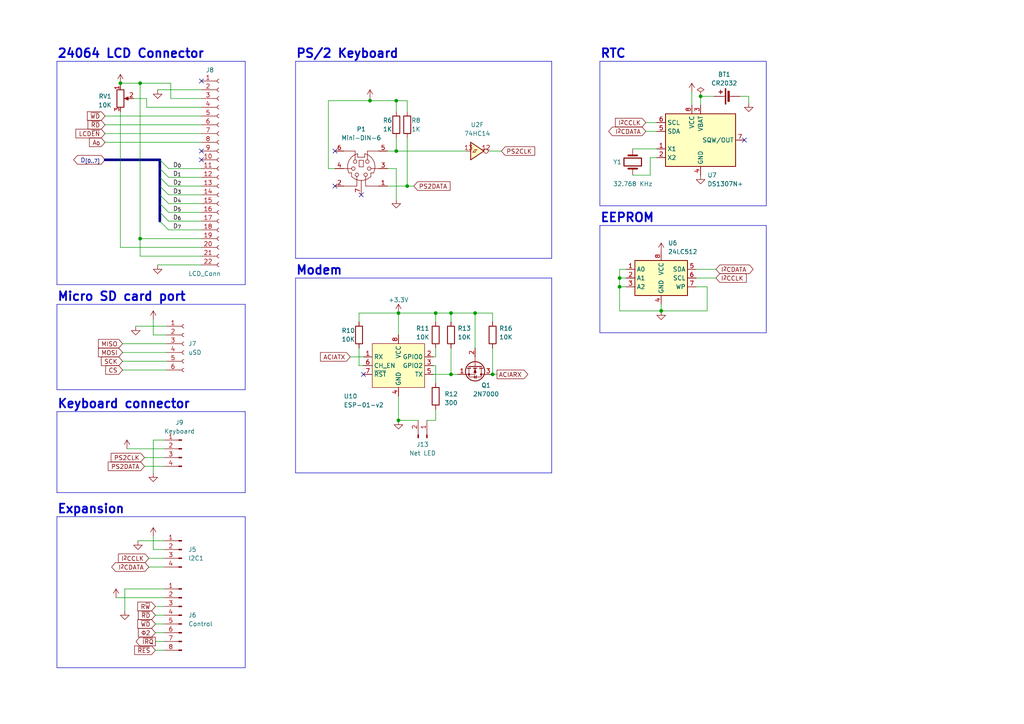
<source format=kicad_sch>
(kicad_sch (version 20230121) (generator eeschema)
  (paper "A4")
  (lib_symbols
    (symbol "74hc00_small:74HC14_small" (pin_names (offset 1.016))
      (property "Reference" "U" (at 0 -5.08 0))
      (property "Value" "74HC14_small" (at 0 -7.62 0))
      (symbol "74HC14_small_1_0"
        (polyline (pts (xy -1.27 2.54) (xy -1.27 -2.54) (xy 2.54 0) (xy -1.27 2.54)) (stroke (width 0.254)) (fill (type background)))
        (pin input line (at -2.54 0 0) (length 1.27) (name "~") (number "1"))
        (pin output inverted (at 3.81 0 180) (length 1.27) (name "~") (number "2"))
      )
      (symbol "74HC14_small_1_1"
        (polyline (pts (xy -0.7468 -0.3278) (xy 0.0855 -0.3259) (xy 0.3046 0.3153)))
        (polyline (pts (xy -0.4424 -0.2308) (xy -0.2037 0.3994) (xy 0.6192 0.4047)))
      )
      (symbol "74HC14_small_2_0"
        (polyline (pts (xy -1.27 2.54) (xy -1.27 -2.54) (xy 2.54 0) (xy -1.27 2.54)) (stroke (width 0.254)) (fill (type background)))
        (pin input line (at -2.54 0 0) (length 1.27) (name "~") (number "3"))
        (pin output inverted (at 3.81 0 180) (length 1.27) (name "~") (number "4"))
      )
      (symbol "74HC14_small_2_1"
        (polyline (pts (xy -0.7468 -0.3278) (xy 0.0855 -0.3259) (xy 0.3046 0.3153)))
        (polyline (pts (xy -0.4424 -0.2308) (xy -0.2037 0.3994) (xy 0.6192 0.4047)))
      )
      (symbol "74HC14_small_3_0"
        (polyline (pts (xy -1.27 2.54) (xy -1.27 -2.54) (xy 2.54 0) (xy -1.27 2.54)) (stroke (width 0.254)) (fill (type background)))
        (pin input line (at -2.54 0 0) (length 1.27) (name "~") (number "5"))
        (pin output inverted (at 3.81 0 180) (length 1.27) (name "~") (number "6"))
      )
      (symbol "74HC14_small_3_1"
        (polyline (pts (xy -0.7468 -0.3278) (xy 0.0855 -0.3259) (xy 0.3046 0.3153)))
        (polyline (pts (xy -0.4424 -0.2308) (xy -0.2037 0.3994) (xy 0.6192 0.4047)))
      )
      (symbol "74HC14_small_4_0"
        (polyline (pts (xy -1.27 2.54) (xy -1.27 -2.54) (xy 2.54 0) (xy -1.27 2.54)) (stroke (width 0.254)) (fill (type background)))
        (pin output inverted (at 3.81 0 180) (length 1.27) (name "~") (number "8"))
        (pin input line (at -2.54 0 0) (length 1.27) (name "~") (number "9"))
      )
      (symbol "74HC14_small_4_1"
        (polyline (pts (xy -0.7468 -0.3278) (xy 0.0855 -0.3259) (xy 0.3046 0.3153)))
        (polyline (pts (xy -0.4424 -0.2308) (xy -0.2037 0.3994) (xy 0.6192 0.4047)))
      )
      (symbol "74HC14_small_5_0"
        (polyline (pts (xy -1.27 2.54) (xy -1.27 -2.54) (xy 2.54 0) (xy -1.27 2.54)) (stroke (width 0.254)) (fill (type background)))
        (pin output inverted (at 3.81 0 180) (length 1.27) (name "~") (number "10"))
        (pin input line (at -2.54 0 0) (length 1.27) (name "~") (number "11"))
      )
      (symbol "74HC14_small_5_1"
        (polyline (pts (xy -0.7468 -0.3278) (xy 0.0855 -0.3259) (xy 0.3046 0.3153)))
        (polyline (pts (xy -0.4424 -0.2308) (xy -0.2037 0.3994) (xy 0.6192 0.4047)))
      )
      (symbol "74HC14_small_6_0"
        (polyline (pts (xy -1.27 2.54) (xy -1.27 -2.54) (xy 2.54 0) (xy -1.27 2.54)) (stroke (width 0.254)) (fill (type background)))
        (pin output inverted (at 3.81 0 180) (length 1.27) (name "~") (number "12"))
        (pin input line (at -2.54 0 0) (length 1.27) (name "~") (number "13"))
      )
      (symbol "74HC14_small_6_1"
        (polyline (pts (xy -0.7468 -0.3278) (xy 0.0855 -0.3259) (xy 0.3046 0.3153)))
        (polyline (pts (xy -0.4424 -0.2308) (xy -0.2037 0.3994) (xy 0.6192 0.4047)))
      )
      (symbol "74HC14_small_7_0"
        (pin power_in line (at 0 12.7 270) (length 5.08) (name "VCC") (number "14"))
        (pin power_in line (at 0 -12.7 90) (length 5.08) (name "GND") (number "7"))
      )
      (symbol "74HC14_small_7_1"
        (rectangle (start -5.08 7.62) (end 5.08 -7.62) (stroke (width 0.254)) (fill (type background)))
      )
    )
    (symbol "Connector:Conn_01x02_Pin" (pin_names (offset 1.016) hide)
      (property "Reference" "J" (at 0 2.54 0))
      (property "Value" "Conn_01x02_Pin" (at 0 -5.08 0))
      (symbol "Conn_01x02_Pin_1_1"
        (polyline (pts (xy 1.27 -2.54) (xy 0.8636 -2.54)) (stroke (width 0.1524)))
        (polyline (pts (xy 1.27 0) (xy 0.8636 0)) (stroke (width 0.1524)))
        (rectangle (start 0.8636 -2.413) (end 0 -2.667) (stroke (width 0.1524)) (fill (type outline)))
        (rectangle (start 0.8636 0.127) (end 0 -0.127) (stroke (width 0.1524)) (fill (type outline)))
        (pin passive line (at 5.08 0 180) (length 3.81) (name "Pin_1") (number "1"))
        (pin passive line (at 5.08 -2.54 180) (length 3.81) (name "Pin_2") (number "2"))
      )
    )
    (symbol "Connector:Conn_01x04_Pin" (pin_names (offset 1.016) hide)
      (property "Reference" "J" (at 0 5.08 0))
      (property "Value" "Conn_01x04_Pin" (at 0 -7.62 0))
      (symbol "Conn_01x04_Pin_1_1"
        (polyline (pts (xy 1.27 -5.08) (xy 0.8636 -5.08)) (stroke (width 0.1524)))
        (polyline (pts (xy 1.27 -2.54) (xy 0.8636 -2.54)) (stroke (width 0.1524)))
        (polyline (pts (xy 1.27 0) (xy 0.8636 0)) (stroke (width 0.1524)))
        (polyline (pts (xy 1.27 2.54) (xy 0.8636 2.54)) (stroke (width 0.1524)))
        (rectangle (start 0.8636 -4.953) (end 0 -5.207) (stroke (width 0.1524)) (fill (type outline)))
        (rectangle (start 0.8636 -2.413) (end 0 -2.667) (stroke (width 0.1524)) (fill (type outline)))
        (rectangle (start 0.8636 0.127) (end 0 -0.127) (stroke (width 0.1524)) (fill (type outline)))
        (rectangle (start 0.8636 2.667) (end 0 2.413) (stroke (width 0.1524)) (fill (type outline)))
        (pin passive line (at 5.08 2.54 180) (length 3.81) (name "Pin_1") (number "1"))
        (pin passive line (at 5.08 0 180) (length 3.81) (name "Pin_2") (number "2"))
        (pin passive line (at 5.08 -2.54 180) (length 3.81) (name "Pin_3") (number "3"))
        (pin passive line (at 5.08 -5.08 180) (length 3.81) (name "Pin_4") (number "4"))
      )
    )
    (symbol "Connector:Conn_01x06_Socket" (pin_names (offset 1.016) hide)
      (property "Reference" "J" (at 0 7.62 0))
      (property "Value" "Conn_01x06_Socket" (at 0 -10.16 0))
      (symbol "Conn_01x06_Socket_1_1"
        (arc (start 0 -7.112) (mid -0.5058 -7.62) (end 0 -8.128) (stroke (width 0.1524)))
        (arc (start 0 -4.572) (mid -0.5058 -5.08) (end 0 -5.588) (stroke (width 0.1524)))
        (arc (start 0 -2.032) (mid -0.5058 -2.54) (end 0 -3.048) (stroke (width 0.1524)))
        (polyline (pts (xy -1.27 -7.62) (xy -0.508 -7.62)) (stroke (width 0.1524)))
        (polyline (pts (xy -1.27 -5.08) (xy -0.508 -5.08)) (stroke (width 0.1524)))
        (polyline (pts (xy -1.27 -2.54) (xy -0.508 -2.54)) (stroke (width 0.1524)))
        (polyline (pts (xy -1.27 0) (xy -0.508 0)) (stroke (width 0.1524)))
        (polyline (pts (xy -1.27 2.54) (xy -0.508 2.54)) (stroke (width 0.1524)))
        (polyline (pts (xy -1.27 5.08) (xy -0.508 5.08)) (stroke (width 0.1524)))
        (arc (start 0 0.508) (mid -0.5058 0) (end 0 -0.508) (stroke (width 0.1524)))
        (arc (start 0 3.048) (mid -0.5058 2.54) (end 0 2.032) (stroke (width 0.1524)))
        (arc (start 0 5.588) (mid -0.5058 5.08) (end 0 4.572) (stroke (width 0.1524)))
        (pin passive line (at -5.08 5.08 0) (length 3.81) (name "Pin_1") (number "1"))
        (pin passive line (at -5.08 2.54 0) (length 3.81) (name "Pin_2") (number "2"))
        (pin passive line (at -5.08 0 0) (length 3.81) (name "Pin_3") (number "3"))
        (pin passive line (at -5.08 -2.54 0) (length 3.81) (name "Pin_4") (number "4"))
        (pin passive line (at -5.08 -5.08 0) (length 3.81) (name "Pin_5") (number "5"))
        (pin passive line (at -5.08 -7.62 0) (length 3.81) (name "Pin_6") (number "6"))
      )
    )
    (symbol "Connector:Conn_01x08_Pin" (pin_names (offset 1.016) hide)
      (property "Reference" "J" (at 0 10.16 0))
      (property "Value" "Conn_01x08_Pin" (at 0 -12.7 0))
      (symbol "Conn_01x08_Pin_1_1"
        (polyline (pts (xy 1.27 -10.16) (xy 0.8636 -10.16)) (stroke (width 0.1524)))
        (polyline (pts (xy 1.27 -7.62) (xy 0.8636 -7.62)) (stroke (width 0.1524)))
        (polyline (pts (xy 1.27 -5.08) (xy 0.8636 -5.08)) (stroke (width 0.1524)))
        (polyline (pts (xy 1.27 -2.54) (xy 0.8636 -2.54)) (stroke (width 0.1524)))
        (polyline (pts (xy 1.27 0) (xy 0.8636 0)) (stroke (width 0.1524)))
        (polyline (pts (xy 1.27 2.54) (xy 0.8636 2.54)) (stroke (width 0.1524)))
        (polyline (pts (xy 1.27 5.08) (xy 0.8636 5.08)) (stroke (width 0.1524)))
        (polyline (pts (xy 1.27 7.62) (xy 0.8636 7.62)) (stroke (width 0.1524)))
        (rectangle (start 0.8636 -10.033) (end 0 -10.287) (stroke (width 0.1524)) (fill (type outline)))
        (rectangle (start 0.8636 -7.493) (end 0 -7.747) (stroke (width 0.1524)) (fill (type outline)))
        (rectangle (start 0.8636 -4.953) (end 0 -5.207) (stroke (width 0.1524)) (fill (type outline)))
        (rectangle (start 0.8636 -2.413) (end 0 -2.667) (stroke (width 0.1524)) (fill (type outline)))
        (rectangle (start 0.8636 0.127) (end 0 -0.127) (stroke (width 0.1524)) (fill (type outline)))
        (rectangle (start 0.8636 2.667) (end 0 2.413) (stroke (width 0.1524)) (fill (type outline)))
        (rectangle (start 0.8636 5.207) (end 0 4.953) (stroke (width 0.1524)) (fill (type outline)))
        (rectangle (start 0.8636 7.747) (end 0 7.493) (stroke (width 0.1524)) (fill (type outline)))
        (pin passive line (at 5.08 7.62 180) (length 3.81) (name "Pin_1") (number "1"))
        (pin passive line (at 5.08 5.08 180) (length 3.81) (name "Pin_2") (number "2"))
        (pin passive line (at 5.08 2.54 180) (length 3.81) (name "Pin_3") (number "3"))
        (pin passive line (at 5.08 0 180) (length 3.81) (name "Pin_4") (number "4"))
        (pin passive line (at 5.08 -2.54 180) (length 3.81) (name "Pin_5") (number "5"))
        (pin passive line (at 5.08 -5.08 180) (length 3.81) (name "Pin_6") (number "6"))
        (pin passive line (at 5.08 -7.62 180) (length 3.81) (name "Pin_7") (number "7"))
        (pin passive line (at 5.08 -10.16 180) (length 3.81) (name "Pin_8") (number "8"))
      )
    )
    (symbol "Connector:Conn_01x22_Socket" (pin_names (offset 1.016) hide)
      (property "Reference" "J" (at 0 27.94 0))
      (property "Value" "Conn_01x22_Socket" (at 0 -30.48 0))
      (symbol "Conn_01x22_Socket_1_1"
        (arc (start 0 -27.432) (mid -0.5058 -27.94) (end 0 -28.448) (stroke (width 0.1524)))
        (arc (start 0 -24.892) (mid -0.5058 -25.4) (end 0 -25.908) (stroke (width 0.1524)))
        (arc (start 0 -22.352) (mid -0.5058 -22.86) (end 0 -23.368) (stroke (width 0.1524)))
        (arc (start 0 -19.812) (mid -0.5058 -20.32) (end 0 -20.828) (stroke (width 0.1524)))
        (arc (start 0 -17.272) (mid -0.5058 -17.78) (end 0 -18.288) (stroke (width 0.1524)))
        (arc (start 0 -14.732) (mid -0.5058 -15.24) (end 0 -15.748) (stroke (width 0.1524)))
        (arc (start 0 -12.192) (mid -0.5058 -12.7) (end 0 -13.208) (stroke (width 0.1524)))
        (arc (start 0 -9.652) (mid -0.5058 -10.16) (end 0 -10.668) (stroke (width 0.1524)))
        (arc (start 0 -7.112) (mid -0.5058 -7.62) (end 0 -8.128) (stroke (width 0.1524)))
        (arc (start 0 -4.572) (mid -0.5058 -5.08) (end 0 -5.588) (stroke (width 0.1524)))
        (arc (start 0 -2.032) (mid -0.5058 -2.54) (end 0 -3.048) (stroke (width 0.1524)))
        (polyline (pts (xy -1.27 -27.94) (xy -0.508 -27.94)) (stroke (width 0.1524)))
        (polyline (pts (xy -1.27 -25.4) (xy -0.508 -25.4)) (stroke (width 0.1524)))
        (polyline (pts (xy -1.27 -22.86) (xy -0.508 -22.86)) (stroke (width 0.1524)))
        (polyline (pts (xy -1.27 -20.32) (xy -0.508 -20.32)) (stroke (width 0.1524)))
        (polyline (pts (xy -1.27 -17.78) (xy -0.508 -17.78)) (stroke (width 0.1524)))
        (polyline (pts (xy -1.27 -15.24) (xy -0.508 -15.24)) (stroke (width 0.1524)))
        (polyline (pts (xy -1.27 -12.7) (xy -0.508 -12.7)) (stroke (width 0.1524)))
        (polyline (pts (xy -1.27 -10.16) (xy -0.508 -10.16)) (stroke (width 0.1524)))
        (polyline (pts (xy -1.27 -7.62) (xy -0.508 -7.62)) (stroke (width 0.1524)))
        (polyline (pts (xy -1.27 -5.08) (xy -0.508 -5.08)) (stroke (width 0.1524)))
        (polyline (pts (xy -1.27 -2.54) (xy -0.508 -2.54)) (stroke (width 0.1524)))
        (polyline (pts (xy -1.27 0) (xy -0.508 0)) (stroke (width 0.1524)))
        (polyline (pts (xy -1.27 2.54) (xy -0.508 2.54)) (stroke (width 0.1524)))
        (polyline (pts (xy -1.27 5.08) (xy -0.508 5.08)) (stroke (width 0.1524)))
        (polyline (pts (xy -1.27 7.62) (xy -0.508 7.62)) (stroke (width 0.1524)))
        (polyline (pts (xy -1.27 10.16) (xy -0.508 10.16)) (stroke (width 0.1524)))
        (polyline (pts (xy -1.27 12.7) (xy -0.508 12.7)) (stroke (width 0.1524)))
        (polyline (pts (xy -1.27 15.24) (xy -0.508 15.24)) (stroke (width 0.1524)))
        (polyline (pts (xy -1.27 17.78) (xy -0.508 17.78)) (stroke (width 0.1524)))
        (polyline (pts (xy -1.27 20.32) (xy -0.508 20.32)) (stroke (width 0.1524)))
        (polyline (pts (xy -1.27 22.86) (xy -0.508 22.86)) (stroke (width 0.1524)))
        (polyline (pts (xy -1.27 25.4) (xy -0.508 25.4)) (stroke (width 0.1524)))
        (arc (start 0 0.508) (mid -0.5058 0) (end 0 -0.508) (stroke (width 0.1524)))
        (arc (start 0 3.048) (mid -0.5058 2.54) (end 0 2.032) (stroke (width 0.1524)))
        (arc (start 0 5.588) (mid -0.5058 5.08) (end 0 4.572) (stroke (width 0.1524)))
        (arc (start 0 8.128) (mid -0.5058 7.62) (end 0 7.112) (stroke (width 0.1524)))
        (arc (start 0 10.668) (mid -0.5058 10.16) (end 0 9.652) (stroke (width 0.1524)))
        (arc (start 0 13.208) (mid -0.5058 12.7) (end 0 12.192) (stroke (width 0.1524)))
        (arc (start 0 15.748) (mid -0.5058 15.24) (end 0 14.732) (stroke (width 0.1524)))
        (arc (start 0 18.288) (mid -0.5058 17.78) (end 0 17.272) (stroke (width 0.1524)))
        (arc (start 0 20.828) (mid -0.5058 20.32) (end 0 19.812) (stroke (width 0.1524)))
        (arc (start 0 23.368) (mid -0.5058 22.86) (end 0 22.352) (stroke (width 0.1524)))
        (arc (start 0 25.908) (mid -0.5058 25.4) (end 0 24.892) (stroke (width 0.1524)))
        (pin passive line (at -5.08 25.4 0) (length 3.81) (name "Pin_1") (number "1"))
        (pin passive line (at -5.08 2.54 0) (length 3.81) (name "Pin_10") (number "10"))
        (pin passive line (at -5.08 0 0) (length 3.81) (name "Pin_11") (number "11"))
        (pin passive line (at -5.08 -2.54 0) (length 3.81) (name "Pin_12") (number "12"))
        (pin passive line (at -5.08 -5.08 0) (length 3.81) (name "Pin_13") (number "13"))
        (pin passive line (at -5.08 -7.62 0) (length 3.81) (name "Pin_14") (number "14"))
        (pin passive line (at -5.08 -10.16 0) (length 3.81) (name "Pin_15") (number "15"))
        (pin passive line (at -5.08 -12.7 0) (length 3.81) (name "Pin_16") (number "16"))
        (pin passive line (at -5.08 -15.24 0) (length 3.81) (name "Pin_17") (number "17"))
        (pin passive line (at -5.08 -17.78 0) (length 3.81) (name "Pin_18") (number "18"))
        (pin passive line (at -5.08 -20.32 0) (length 3.81) (name "Pin_19") (number "19"))
        (pin passive line (at -5.08 22.86 0) (length 3.81) (name "Pin_2") (number "2"))
        (pin passive line (at -5.08 -22.86 0) (length 3.81) (name "Pin_20") (number "20"))
        (pin passive line (at -5.08 -25.4 0) (length 3.81) (name "Pin_21") (number "21"))
        (pin passive line (at -5.08 -27.94 0) (length 3.81) (name "Pin_22") (number "22"))
        (pin passive line (at -5.08 20.32 0) (length 3.81) (name "Pin_3") (number "3"))
        (pin passive line (at -5.08 17.78 0) (length 3.81) (name "Pin_4") (number "4"))
        (pin passive line (at -5.08 15.24 0) (length 3.81) (name "Pin_5") (number "5"))
        (pin passive line (at -5.08 12.7 0) (length 3.81) (name "Pin_6") (number "6"))
        (pin passive line (at -5.08 10.16 0) (length 3.81) (name "Pin_7") (number "7"))
        (pin passive line (at -5.08 7.62 0) (length 3.81) (name "Pin_8") (number "8"))
        (pin passive line (at -5.08 5.08 0) (length 3.81) (name "Pin_9") (number "9"))
      )
    )
    (symbol "Custom_Symbols_Library:Mini-DIN_6pins_ver3" (pin_names (offset 1.016) hide)
      (property "Reference" "P" (at 0 8.128 0))
      (property "Value" "Mini-DIN_6pins_ver3" (at 0 -10.16 0))
      (symbol "Mini-DIN_6pins_ver3_0_1"
        (arc (start -2.794 -2.286) (mid 0 -3.4433) (end 2.794 -2.286))
        (circle (center -2.286 0) (radius 0.508))
        (circle (center -1.778 2.032) (radius 0.508))
        (circle (center -1.27 -1.778) (radius 0.508))
        (arc (start -1.016 4.318) (mid -3.6119 2.131) (end -3.556 -1.27))
        (rectangle (start -0.635 2.413) (end 0.635 0.508))
        (polyline (pts (xy -5.08 -5.08) (xy -1.27 -5.08)))
        (polyline (pts (xy -2.794 -1.27) (xy -3.556 -1.27)))
        (polyline (pts (xy -2.794 -1.27) (xy -2.794 -2.286)))
        (polyline (pts (xy -2.794 0) (xy -5.08 0)))
        (polyline (pts (xy -1.778 2.54) (xy -1.778 5.08)))
        (polyline (pts (xy -1.778 5.08) (xy -5.08 5.08)))
        (polyline (pts (xy -1.27 -5.08) (xy -1.27 -2.286)))
        (polyline (pts (xy -1.016 3.302) (xy -1.016 4.318)))
        (polyline (pts (xy -1.016 3.302) (xy 1.016 3.302)))
        (polyline (pts (xy 0 -3.429) (xy 0 -5.08)))
        (polyline (pts (xy 1.016 3.302) (xy 1.016 4.318)))
        (polyline (pts (xy 1.27 -5.08) (xy 5.08 -5.08)))
        (polyline (pts (xy 1.27 -2.286) (xy 1.27 -5.08)))
        (polyline (pts (xy 1.778 2.54) (xy 1.778 5.08)))
        (polyline (pts (xy 1.778 5.08) (xy 5.08 5.08)))
        (polyline (pts (xy 2.794 -1.27) (xy 2.794 -2.286)))
        (polyline (pts (xy 2.794 -1.27) (xy 3.556 -1.27)))
        (polyline (pts (xy 2.794 0) (xy 5.08 0)))
        (circle (center 1.27 -1.778) (radius 0.508))
        (circle (center 1.778 2.032) (radius 0.508))
        (circle (center 2.286 0) (radius 0.508))
        (arc (start 3.556 -1.27) (mid 3.6268 2.1377) (end 1.016 4.318))
      )
      (symbol "Mini-DIN_6pins_ver3_1_1"
        (pin passive line (at 7.62 -5.08 180) (length 2.54) (name "1") (number "1"))
        (pin passive line (at -7.62 -5.08 0) (length 2.54) (name "2") (number "2"))
        (pin passive line (at 7.62 0 180) (length 2.54) (name "3") (number "3"))
        (pin passive line (at -7.62 0 0) (length 2.54) (name "4") (number "4"))
        (pin passive line (at 7.62 5.08 180) (length 2.54) (name "5") (number "5"))
        (pin passive line (at -7.62 5.08 0) (length 2.54) (name "~") (number "6"))
        (pin passive line (at 0 -7.62 90) (length 2.54) (name "Shell") (number "7"))
      )
    )
    (symbol "Device:Battery_Cell" (pin_numbers hide) (pin_names (offset 0) hide)
      (property "Reference" "BT" (at 2.54 2.54 0))
      (property "Value" "Battery_Cell" (at 2.54 0 0))
      (symbol "Battery_Cell_0_1"
        (rectangle (start -2.286 1.778) (end 2.286 1.524) (fill (type outline)))
        (rectangle (start -1.524 1.016) (end 1.524 0.508) (fill (type outline)))
        (polyline (pts (xy 0 0.762) (xy 0 0)))
        (polyline (pts (xy 0 1.778) (xy 0 2.54)))
        (polyline (pts (xy 0.762 3.048) (xy 1.778 3.048)) (stroke (width 0.254)))
        (polyline (pts (xy 1.27 3.556) (xy 1.27 2.54)) (stroke (width 0.254)))
      )
      (symbol "Battery_Cell_1_1"
        (pin passive line (at 0 5.08 270) (length 2.54) (name "+") (number "1"))
        (pin passive line (at 0 -2.54 90) (length 2.54) (name "-") (number "2"))
      )
    )
    (symbol "Device:Crystal" (pin_numbers hide) (pin_names (offset 1.016) hide)
      (property "Reference" "Y" (at 0 3.81 0))
      (property "Value" "Crystal" (at 0 -3.81 0))
      (symbol "Crystal_0_1"
        (rectangle (start -1.143 2.54) (end 1.143 -2.54) (stroke (width 0.3048)))
        (polyline (pts (xy -2.54 0) (xy -1.905 0)))
        (polyline (pts (xy -1.905 -1.27) (xy -1.905 1.27)) (stroke (width 0.508)))
        (polyline (pts (xy 1.905 -1.27) (xy 1.905 1.27)) (stroke (width 0.508)))
        (polyline (pts (xy 2.54 0) (xy 1.905 0)))
      )
      (symbol "Crystal_1_1"
        (pin passive line (at -3.81 0 0) (length 1.27) (name "1") (number "1"))
        (pin passive line (at 3.81 0 180) (length 1.27) (name "2") (number "2"))
      )
    )
    (symbol "Device:R" (pin_numbers hide) (pin_names (offset 0))
      (property "Reference" "R" (at 2.032 0 90))
      (property "Value" "R" (at 0 0 90))
      (symbol "R_0_1"
        (rectangle (start -1.016 -2.54) (end 1.016 2.54) (stroke (width 0.254)))
      )
      (symbol "R_1_1"
        (pin passive line (at 0 3.81 270) (length 1.27) (name "~") (number "1"))
        (pin passive line (at 0 -3.81 90) (length 1.27) (name "~") (number "2"))
      )
    )
    (symbol "Device:R_Potentiometer" (pin_names (offset 1.016) hide)
      (property "Reference" "RV" (at -4.445 0 90))
      (property "Value" "R_Potentiometer" (at -2.54 0 90))
      (symbol "R_Potentiometer_0_1"
        (polyline (pts (xy 2.54 0) (xy 1.524 0)))
        (polyline (pts (xy 1.143 0) (xy 2.286 0.508) (xy 2.286 -0.508) (xy 1.143 0)) (fill (type outline)))
        (rectangle (start 1.016 2.54) (end -1.016 -2.54) (stroke (width 0.254)))
      )
      (symbol "R_Potentiometer_1_1"
        (pin passive line (at 0 3.81 270) (length 1.27) (name "1") (number "1"))
        (pin passive line (at 3.81 0 180) (length 1.27) (name "2") (number "2"))
        (pin passive line (at 0 -3.81 90) (length 1.27) (name "3") (number "3"))
      )
    )
    (symbol "Memory_EEPROM:24LC512"
      (property "Reference" "U" (at -6.35 6.35 0))
      (property "Value" "24LC512" (at 1.27 6.35 0))
      (symbol "24LC512_1_1"
        (rectangle (start -7.62 5.08) (end 7.62 -5.08) (stroke (width 0.254)) (fill (type background)))
        (pin input line (at -10.16 2.54 0) (length 2.54) (name "A0") (number "1"))
        (pin input line (at -10.16 0 0) (length 2.54) (name "A1") (number "2"))
        (pin input line (at -10.16 -2.54 0) (length 2.54) (name "A2") (number "3"))
        (pin power_in line (at 0 -7.62 90) (length 2.54) (name "GND") (number "4"))
        (pin bidirectional line (at 10.16 2.54 180) (length 2.54) (name "SDA") (number "5"))
        (pin input line (at 10.16 0 180) (length 2.54) (name "SCL") (number "6"))
        (pin input line (at 10.16 -2.54 180) (length 2.54) (name "WP") (number "7"))
        (pin power_in line (at 0 7.62 270) (length 2.54) (name "VCC") (number "8"))
      )
    )
    (symbol "Timer_RTC:DS1307N+"
      (property "Reference" "U" (at -8.89 8.89 0))
      (property "Value" "DS1307N+" (at 1.27 8.89 0))
      (symbol "DS1307N+_0_1"
        (rectangle (start -10.16 7.62) (end 10.16 -7.62) (stroke (width 0.254)) (fill (type background)))
      )
      (symbol "DS1307N+_1_1"
        (pin input line (at -12.7 -2.54 0) (length 2.54) (name "X1") (number "1"))
        (pin input line (at -12.7 -5.08 0) (length 2.54) (name "X2") (number "2"))
        (pin power_in line (at 0 10.16 270) (length 2.54) (name "VBAT") (number "3"))
        (pin power_in line (at 0 -10.16 90) (length 2.54) (name "GND") (number "4"))
        (pin bidirectional line (at -12.7 2.54 0) (length 2.54) (name "SDA") (number "5"))
        (pin input line (at -12.7 5.08 0) (length 2.54) (name "SCL") (number "6"))
        (pin open_collector line (at 12.7 0 180) (length 2.54) (name "SQW/OUT") (number "7"))
        (pin power_in line (at -2.54 10.16 270) (length 2.54) (name "VCC") (number "8"))
      )
    )
    (symbol "Transistor_FET:2N7000" (pin_names hide)
      (property "Reference" "Q" (at 5.08 1.905 0))
      (property "Value" "2N7000" (at 5.08 0 0))
      (symbol "2N7000_0_1"
        (polyline (pts (xy 0.254 0) (xy -2.54 0)))
        (polyline (pts (xy 0.254 1.905) (xy 0.254 -1.905)) (stroke (width 0.254)))
        (polyline (pts (xy 0.762 -1.27) (xy 0.762 -2.286)) (stroke (width 0.254)))
        (polyline (pts (xy 0.762 0.508) (xy 0.762 -0.508)) (stroke (width 0.254)))
        (polyline (pts (xy 0.762 2.286) (xy 0.762 1.27)) (stroke (width 0.254)))
        (polyline (pts (xy 2.54 2.54) (xy 2.54 1.778)))
        (polyline (pts (xy 2.54 -2.54) (xy 2.54 0) (xy 0.762 0)))
        (polyline (pts (xy 0.762 -1.778) (xy 3.302 -1.778) (xy 3.302 1.778) (xy 0.762 1.778)))
        (polyline (pts (xy 1.016 0) (xy 2.032 0.381) (xy 2.032 -0.381) (xy 1.016 0)) (fill (type outline)))
        (polyline (pts (xy 2.794 0.508) (xy 2.921 0.381) (xy 3.683 0.381) (xy 3.81 0.254)))
        (polyline (pts (xy 3.302 0.381) (xy 2.921 -0.254) (xy 3.683 -0.254) (xy 3.302 0.381)))
        (circle (center 1.651 0) (radius 2.794) (stroke (width 0.254)))
        (circle (center 2.54 -1.778) (radius 0.254) (fill (type outline)))
        (circle (center 2.54 1.778) (radius 0.254) (fill (type outline)))
      )
      (symbol "2N7000_1_1"
        (pin passive line (at 2.54 -5.08 90) (length 2.54) (name "S") (number "1"))
        (pin input line (at -5.08 0 0) (length 2.54) (name "G") (number "2"))
        (pin passive line (at 2.54 5.08 270) (length 2.54) (name "D") (number "3"))
      )
    )
    (symbol "my:ESP-01-v2"
      (property "Reference" "U" (at 12.7 1.27 0))
      (property "Value" "ESP-01-v2" (at -2.54 3.81 0))
      (symbol "ESP-01-v2_1_1"
        (rectangle (start -2.54 0) (end 12.7 -12.7) (fill (type background)))
        (pin input line (at -5.08 -3.81 0) (length 2.54) (name "RX") (number "1"))
        (pin bidirectional line (at 15.24 -3.81 180) (length 2.54) (name "GPIO0") (number "2"))
        (pin bidirectional line (at 15.24 -6.35 180) (length 2.54) (name "GPIO2") (number "3"))
        (pin power_in line (at 5.08 -15.24 90) (length 2.54) (name "GND") (number "4"))
        (pin output line (at 15.24 -8.89 180) (length 2.54) (name "TX") (number "5"))
        (pin input line (at -5.08 -6.35 0) (length 2.54) (name "CH_EN") (number "6"))
        (pin input line (at -5.08 -8.89 0) (length 2.54) (name "~{RST}") (number "7"))
        (pin power_in line (at 5.08 2.54 270) (length 2.54) (name "VCC") (number "8"))
      )
    )
    (symbol "power:+3.3V" (power) (pin_names (offset 0))
      (property "Value" "+3.3V" (at 0 3.556 0))
      (symbol "+3.3V_0_1"
        (polyline (pts (xy -0.762 1.27) (xy 0 2.54)))
        (polyline (pts (xy 0 0) (xy 0 2.54)))
        (polyline (pts (xy 0 2.54) (xy 0.762 1.27)))
      )
      (symbol "+3.3V_1_1"
        (pin power_in line (at 0 0 90) (length 0) hide (name "+3.3V") (number "1"))
      )
    )
    (symbol "power:+5V" (power) (pin_names (offset 0))
      (property "Value" "+5V" (at 0 3.556 0))
      (symbol "+5V_0_1"
        (polyline (pts (xy -0.762 1.27) (xy 0 2.54)))
        (polyline (pts (xy 0 0) (xy 0 2.54)))
        (polyline (pts (xy 0 2.54) (xy 0.762 1.27)))
      )
      (symbol "+5V_1_1"
        (pin power_in line (at 0 0 90) (length 0) hide (name "+5V") (number "1"))
      )
    )
    (symbol "power:GND" (power) (pin_names (offset 0))
      (property "Value" "GND" (at 0 -3.81 0))
      (symbol "GND_0_1"
        (polyline (pts (xy 0 0) (xy 0 -1.27) (xy 1.27 -1.27) (xy 0 -2.54) (xy -1.27 -1.27) (xy 0 -1.27)))
      )
      (symbol "GND_1_1"
        (pin power_in line (at 0 0 270) (length 0) hide (name "GND") (number "1"))
      )
    )
    (symbol "power:PWR_FLAG" (power) (pin_numbers hide) (pin_names (offset 0) hide)
      (property "Value" "PWR_FLAG" (at 0 3.81 0))
      (symbol "PWR_FLAG_0_0"
        (pin power_out line (at 0 0 90) (length 0) (name "pwr") (number "1"))
      )
      (symbol "PWR_FLAG_0_1"
        (polyline (pts (xy 0 0) (xy 0 1.27) (xy -1.016 1.905) (xy 0 2.54) (xy 1.016 1.905) (xy 0 1.27)))
      )
    )
  )
  (junction (at 34.925 24.13))
  (junction (at 130.81 108.585))
  (junction (at 179.705 83.185))
  (junction (at 114.935 29.21))
  (junction (at 40.64 24.13))
  (junction (at 203.2 27.94))
  (junction (at 107.315 29.21))
  (junction (at 191.77 90.17))
  (junction (at 179.705 80.645))
  (junction (at 115.57 90.805))
  (junction (at 115.57 121.92))
  (junction (at 142.875 108.585))
  (junction (at 126.365 90.805))
  (junction (at 130.81 90.805))
  (junction (at 137.795 90.805))
  (junction (at 118.11 53.975))
  (junction (at 40.64 69.215))
  (junction (at 114.935 43.815))
  (no_connect (at 58.42 46.355))
  (no_connect (at 97.155 53.975))
  (no_connect (at 105.41 108.585))
  (no_connect (at 104.775 56.515))
  (no_connect (at 58.42 43.815))
  (no_connect (at 215.9 40.64))
  (no_connect (at 58.42 23.495))
  (no_connect (at 97.155 43.815))
  (bus_entry (at 46.355 53.975) (size 2.54 2.54))
  (bus_entry (at 46.355 61.595) (size 2.54 2.54))
  (bus_entry (at 46.355 46.355) (size 2.54 2.54))
  (bus_entry (at 46.355 56.515) (size 2.54 2.54))
  (bus_entry (at 46.355 64.135) (size 2.54 2.54))
  (bus_entry (at 46.355 48.895) (size 2.54 2.54))
  (bus_entry (at 46.355 51.435) (size 2.54 2.54))
  (bus_entry (at 46.355 59.055) (size 2.54 2.54))
  (polyline (pts (xy 16.51 119.38) (xy 71.12 119.38)))
  (wire (pts (xy 44.45 127.635) (xy 47.625 127.635)))
  (wire (pts (xy 95.25 29.21) (xy 107.315 29.21)))
  (wire (pts (xy 48.895 48.895) (xy 58.42 48.895)))
  (polyline (pts (xy 85.725 17.78) (xy 160.02 17.78)))
  (wire (pts (xy 114.935 29.21) (xy 118.11 29.21)))
  (wire (pts (xy 181.61 80.645) (xy 179.705 80.645)))
  (wire (pts (xy 118.11 29.21) (xy 118.11 32.385)))
  (wire (pts (xy 191.77 90.17) (xy 205.105 90.17)))
  (wire (pts (xy 217.17 27.94) (xy 214.63 27.94)))
  (wire (pts (xy 118.11 53.975) (xy 120.015 53.975)))
  (wire (pts (xy 44.45 97.155) (xy 48.26 97.155)))
  (wire (pts (xy 191.77 88.265) (xy 191.77 90.17)))
  (wire (pts (xy 95.25 48.895) (xy 97.155 48.895)))
  (wire (pts (xy 205.105 83.185) (xy 201.93 83.185)))
  (wire (pts (xy 33.655 173.355) (xy 47.625 173.355)))
  (wire (pts (xy 118.11 40.005) (xy 118.11 53.975)))
  (bus (pts (xy 46.355 59.055) (xy 46.355 61.595)) (stroke (width 0.75)))
  (bus (pts (xy 46.355 51.435) (xy 46.355 48.895)) (stroke (width 0.75)))
  (wire (pts (xy 126.365 118.745) (xy 126.365 121.92)))
  (wire (pts (xy 179.705 78.105) (xy 179.705 80.645)))
  (wire (pts (xy 43.18 161.925) (xy 47.625 161.925)))
  (wire (pts (xy 35.56 102.235) (xy 48.26 102.235)))
  (wire (pts (xy 190.5 38.1) (xy 187.325 38.1)))
  (wire (pts (xy 126.365 106.045) (xy 125.73 106.045)))
  (wire (pts (xy 44.45 92.71) (xy 44.45 97.155)))
  (polyline (pts (xy 173.99 17.78) (xy 173.99 59.69)))
  (bus (pts (xy 46.355 53.975) (xy 46.355 51.435)) (stroke (width 0.75)))
  (wire (pts (xy 142.875 93.345) (xy 142.875 90.805)))
  (wire (pts (xy 142.875 108.585) (xy 144.145 108.585)))
  (polyline (pts (xy 71.12 82.55) (xy 16.51 82.55)))
  (polyline (pts (xy 160.02 137.16) (xy 85.725 137.16)))
  (bus (pts (xy 46.355 46.355) (xy 30.48 46.355)) (stroke (width 0.75)))
  (wire (pts (xy 35.56 99.695) (xy 48.26 99.695)))
  (wire (pts (xy 188.595 50.8) (xy 183.515 50.8)))
  (polyline (pts (xy 173.99 17.78) (xy 222.25 17.78)))
  (wire (pts (xy 49.53 28.575) (xy 49.53 24.13)))
  (polyline (pts (xy 173.99 65.405) (xy 222.25 65.405)))
  (wire (pts (xy 47.625 188.595) (xy 45.085 188.595)))
  (polyline (pts (xy 71.12 193.675) (xy 16.51 193.675)))
  (polyline (pts (xy 71.12 149.86) (xy 71.12 193.675)))
  (wire (pts (xy 36.195 170.815) (xy 36.195 177.165)))
  (polyline (pts (xy 16.51 88.265) (xy 16.51 113.03)))
  (wire (pts (xy 107.315 28.575) (xy 107.315 29.21)))
  (wire (pts (xy 104.14 93.345) (xy 104.14 90.805)))
  (polyline (pts (xy 222.25 65.405) (xy 222.25 96.52)))
  (wire (pts (xy 42.545 31.115) (xy 58.42 31.115)))
  (wire (pts (xy 142.875 90.805) (xy 137.795 90.805)))
  (wire (pts (xy 114.935 43.815) (xy 135.255 43.815)))
  (wire (pts (xy 203.2 27.94) (xy 207.01 27.94)))
  (wire (pts (xy 40.64 69.215) (xy 58.42 69.215)))
  (wire (pts (xy 40.64 24.13) (xy 40.64 69.215)))
  (wire (pts (xy 47.625 183.515) (xy 45.085 183.515)))
  (wire (pts (xy 47.625 178.435) (xy 45.085 178.435)))
  (bus (pts (xy 46.355 59.055) (xy 46.355 56.515)) (stroke (width 0.75)))
  (wire (pts (xy 101.6 103.505) (xy 105.41 103.505)))
  (wire (pts (xy 38.735 28.575) (xy 42.545 28.575)))
  (polyline (pts (xy 222.25 96.52) (xy 173.99 96.52)))
  (wire (pts (xy 114.935 48.895) (xy 114.935 57.785)))
  (wire (pts (xy 104.14 90.805) (xy 115.57 90.805)))
  (polyline (pts (xy 16.51 88.265) (xy 71.12 88.265)))
  (wire (pts (xy 95.25 48.895) (xy 95.25 29.21)))
  (wire (pts (xy 47.625 159.385) (xy 44.45 159.385)))
  (wire (pts (xy 40.005 156.845) (xy 47.625 156.845)))
  (wire (pts (xy 130.81 108.585) (xy 132.715 108.585)))
  (wire (pts (xy 141.605 43.815) (xy 145.415 43.815)))
  (wire (pts (xy 30.48 33.655) (xy 58.42 33.655)))
  (wire (pts (xy 130.81 93.345) (xy 130.81 90.805)))
  (wire (pts (xy 104.14 100.965) (xy 104.14 106.045)))
  (wire (pts (xy 30.48 41.275) (xy 58.42 41.275)))
  (wire (pts (xy 181.61 78.105) (xy 179.705 78.105)))
  (wire (pts (xy 201.93 80.645) (xy 207.645 80.645)))
  (wire (pts (xy 115.57 114.935) (xy 115.57 121.92)))
  (wire (pts (xy 48.26 94.615) (xy 39.37 94.615)))
  (wire (pts (xy 48.895 59.055) (xy 58.42 59.055)))
  (wire (pts (xy 30.48 36.195) (xy 58.42 36.195)))
  (bus (pts (xy 46.355 56.515) (xy 46.355 53.975)) (stroke (width 0.75)))
  (wire (pts (xy 126.365 103.505) (xy 126.365 100.965)))
  (wire (pts (xy 44.45 155.575) (xy 44.45 159.385)))
  (wire (pts (xy 118.11 53.975) (xy 112.395 53.975)))
  (wire (pts (xy 201.93 78.105) (xy 207.645 78.105)))
  (wire (pts (xy 40.64 24.13) (xy 49.53 24.13)))
  (wire (pts (xy 41.91 135.255) (xy 47.625 135.255)))
  (wire (pts (xy 34.925 24.13) (xy 40.64 24.13)))
  (polyline (pts (xy 71.12 113.03) (xy 16.51 113.03)))
  (polyline (pts (xy 16.51 119.38) (xy 16.51 142.875)))
  (wire (pts (xy 126.365 121.92) (xy 123.825 121.92)))
  (polyline (pts (xy 71.12 119.38) (xy 71.12 142.875)))
  (polyline (pts (xy 71.12 88.265) (xy 71.12 113.03)))
  (wire (pts (xy 183.515 43.18) (xy 190.5 43.18)))
  (wire (pts (xy 35.56 104.775) (xy 48.26 104.775)))
  (wire (pts (xy 43.18 164.465) (xy 47.625 164.465)))
  (wire (pts (xy 188.595 45.72) (xy 188.595 50.8)))
  (wire (pts (xy 115.57 121.92) (xy 121.285 121.92)))
  (wire (pts (xy 49.53 28.575) (xy 58.42 28.575)))
  (wire (pts (xy 181.61 83.185) (xy 179.705 83.185)))
  (polyline (pts (xy 85.725 80.645) (xy 85.725 137.16)))
  (wire (pts (xy 48.895 61.595) (xy 58.42 61.595)))
  (wire (pts (xy 48.895 53.975) (xy 58.42 53.975)))
  (polyline (pts (xy 16.51 17.78) (xy 71.12 17.78)))
  (wire (pts (xy 114.935 32.385) (xy 114.935 29.21)))
  (wire (pts (xy 104.14 106.045) (xy 105.41 106.045)))
  (wire (pts (xy 47.625 175.895) (xy 45.085 175.895)))
  (wire (pts (xy 179.705 90.17) (xy 191.77 90.17)))
  (polyline (pts (xy 160.02 80.645) (xy 160.02 137.16)))
  (polyline (pts (xy 16.51 17.78) (xy 16.51 82.55)))
  (wire (pts (xy 48.895 51.435) (xy 58.42 51.435)))
  (wire (pts (xy 126.365 90.805) (xy 115.57 90.805)))
  (wire (pts (xy 30.48 38.735) (xy 58.42 38.735)))
  (wire (pts (xy 34.925 71.755) (xy 34.925 32.385)))
  (polyline (pts (xy 16.51 149.86) (xy 16.51 193.675)))
  (wire (pts (xy 47.625 180.975) (xy 45.085 180.975)))
  (wire (pts (xy 45.72 26.035) (xy 58.42 26.035)))
  (polyline (pts (xy 16.51 149.86) (xy 71.12 149.86)))
  (wire (pts (xy 217.17 29.845) (xy 217.17 27.94)))
  (wire (pts (xy 36.83 130.175) (xy 47.625 130.175)))
  (wire (pts (xy 114.935 40.005) (xy 114.935 43.815)))
  (wire (pts (xy 125.73 108.585) (xy 130.81 108.585)))
  (wire (pts (xy 112.395 48.895) (xy 114.935 48.895)))
  (polyline (pts (xy 160.02 74.93) (xy 85.725 74.93)))
  (wire (pts (xy 179.705 83.185) (xy 179.705 90.17)))
  (wire (pts (xy 179.705 80.645) (xy 179.705 83.185)))
  (wire (pts (xy 115.57 90.805) (xy 115.57 97.155)))
  (wire (pts (xy 130.81 90.805) (xy 126.365 90.805)))
  (wire (pts (xy 47.625 170.815) (xy 36.195 170.815)))
  (polyline (pts (xy 160.02 17.78) (xy 160.02 74.93)))
  (polyline (pts (xy 85.725 17.78) (xy 85.725 74.93)))
  (bus (pts (xy 46.355 48.895) (xy 46.355 46.355)) (stroke (width 0.75)))
  (wire (pts (xy 205.105 90.17) (xy 205.105 83.185)))
  (wire (pts (xy 107.315 29.21) (xy 114.935 29.21)))
  (wire (pts (xy 130.81 100.965) (xy 130.81 108.585)))
  (wire (pts (xy 126.365 93.345) (xy 126.365 90.805)))
  (wire (pts (xy 114.935 43.815) (xy 112.395 43.815)))
  (wire (pts (xy 137.795 100.965) (xy 137.795 90.805)))
  (bus (pts (xy 46.355 61.595) (xy 46.355 64.135)) (stroke (width 0.75)))
  (wire (pts (xy 126.365 111.125) (xy 126.365 106.045)))
  (wire (pts (xy 44.45 137.16) (xy 44.45 127.635)))
  (wire (pts (xy 45.72 76.835) (xy 58.42 76.835)))
  (polyline (pts (xy 85.725 80.645) (xy 160.02 80.645)))
  (wire (pts (xy 203.2 30.48) (xy 203.2 27.94)))
  (wire (pts (xy 58.42 74.295) (xy 40.64 74.295)))
  (wire (pts (xy 40.64 74.295) (xy 40.64 69.215)))
  (wire (pts (xy 48.895 56.515) (xy 58.42 56.515)))
  (wire (pts (xy 41.91 132.715) (xy 47.625 132.715)))
  (wire (pts (xy 187.325 35.56) (xy 190.5 35.56)))
  (wire (pts (xy 34.925 24.765) (xy 34.925 24.13)))
  (wire (pts (xy 35.56 107.315) (xy 48.26 107.315)))
  (wire (pts (xy 200.66 26.67) (xy 200.66 30.48)))
  (wire (pts (xy 126.365 103.505) (xy 125.73 103.505)))
  (polyline (pts (xy 71.12 142.875) (xy 16.51 142.875)))
  (wire (pts (xy 47.625 186.055) (xy 45.085 186.055)))
  (polyline (pts (xy 173.99 65.405) (xy 173.99 96.52)))
  (wire (pts (xy 58.42 71.755) (xy 34.925 71.755)))
  (wire (pts (xy 190.5 45.72) (xy 188.595 45.72)))
  (polyline (pts (xy 71.12 17.78) (xy 71.12 82.55)))
  (wire (pts (xy 137.795 90.805) (xy 130.81 90.805)))
  (wire (pts (xy 48.895 64.135) (xy 58.42 64.135)))
  (wire (pts (xy 142.875 100.965) (xy 142.875 108.585)))
  (wire (pts (xy 42.545 28.575) (xy 42.545 31.115)))
  (wire (pts (xy 48.895 66.675) (xy 58.42 66.675)))
  (polyline (pts (xy 222.25 59.69) (xy 173.99 59.69)))
  (polyline (pts (xy 222.25 17.78) (xy 222.25 59.69)))
  (text "Modem" (at 85.725 80.01 0) (effects (font (size 2.54 2.54) (thickness 0.508) bold) (justify left bottom)))
  (text "24064 LCD Connector" (at 16.51 17.145 0) (effects (font (size 2.54 2.54) (thickness 0.508) bold) (justify left bottom)))
  (text "Micro SD card port" (at 16.51 87.63 0) (effects (font (size 2.54 2.54) (thickness 0.508) bold) (justify left bottom)))
  (text "RTC" (at 173.99 17.145 0) (effects (font (size 2.54 2.54) (thickness 0.508) bold) (justify left bottom)))
  (text "Keyboard connector" (at 16.51 118.745 0) (effects (font (size 2.54 2.54) (thickness 0.508) bold) (justify left bottom)))
  (text "Expansion" (at 16.51 149.225 0) (effects (font (size 2.54 2.54) (thickness 0.508) bold) (justify left bottom)))
  (text "EEPROM" (at 173.99 64.77 0) (effects (font (size 2.54 2.54) (thickness 0.508) bold) (justify left bottom)))
  (text "PS/2 Keyboard" (at 85.725 17.145 0) (effects (font (size 2.54 2.54) (thickness 0.508) bold) (justify left bottom)))
  (label "D_{0}" (at 50.165 48.895 0))
  (label "D_{6}" (at 50.165 64.135 0))
  (label "D_{1}" (at 50.165 51.435 0))
  (label "D_{7}" (at 50.165 66.675 0))
  (label "D_{3}" (at 50.165 56.515 0))
  (label "D_{2}" (at 50.165 53.975 0))
  (label "D_{5}" (at 50.165 61.595 0))
  (label "D_{4}" (at 50.165 59.055 0))
  (global_label "MISO" (shape input) (at 35.56 99.695 180) (property "Intersheetrefs" "${INTERSHEET_REFS}" (effects hide)))
  (global_label "SCK" (shape input) (at 35.56 104.775 180) (property "Intersheetrefs" "${INTERSHEET_REFS}" (effects hide)))
  (global_label "CS" (shape input) (at 35.56 107.315 180) (property "Intersheetrefs" "${INTERSHEET_REFS}" (effects hide)))
  (global_label "~{WD}" (shape input) (at 30.48 33.655 180) (property "Intersheetrefs" "${INTERSHEET_REFS}" (effects hide)))
  (global_label "D_{[0..7]}" (shape bidirectional) (at 30.48 46.355 180) (property "Intersheetrefs" "${INTERSHEET_REFS}" (effects hide)))
  (global_label "Ф2" (shape input) (at 45.085 183.515 180) (property "Intersheetrefs" "${INTERSHEET_REFS}" (effects hide)))
  (global_label "I^{2}CDATA" (shape bidirectional) (at 207.645 78.105 0) (property "Intersheetrefs" "${INTERSHEET_REFS}" (effects hide)))
  (global_label "I^{2}CDATA" (shape bidirectional) (at 43.18 164.465 180) (property "Intersheetrefs" "${INTERSHEET_REFS}" (effects hide)))
  (global_label "PS2CLK" (shape input) (at 145.415 43.815 0) (property "Intersheetrefs" "${INTERSHEET_REFS}" (effects hide)))
  (global_label "LCD~{EN}" (shape input) (at 30.48 38.735 180) (property "Intersheetrefs" "${INTERSHEET_REFS}" (effects hide)))
  (global_label "I^{2}CCLK" (shape input) (at 187.325 35.56 180) (property "Intersheetrefs" "${INTERSHEET_REFS}" (effects hide)))
  (global_label "PS2CLK" (shape input) (at 41.91 132.715 180) (property "Intersheetrefs" "${INTERSHEET_REFS}" (effects hide)))
  (global_label "~{RD}" (shape input) (at 30.48 36.195 180) (property "Intersheetrefs" "${INTERSHEET_REFS}" (effects hide)))
  (global_label "MOSI" (shape input) (at 35.56 102.235 180) (property "Intersheetrefs" "${INTERSHEET_REFS}" (effects hide)))
  (global_label "ACIATX" (shape input) (at 101.6 103.505 180) (property "Intersheetrefs" "${INTERSHEET_REFS}" (effects hide)))
  (global_label "I^{2}CCLK" (shape input) (at 43.18 161.925 180) (property "Intersheetrefs" "${INTERSHEET_REFS}" (effects hide)))
  (global_label "R~{W}" (shape input) (at 45.085 175.895 180) (property "Intersheetrefs" "${INTERSHEET_REFS}" (effects hide)))
  (global_label "A_{0}" (shape input) (at 30.48 41.275 180) (property "Intersheetrefs" "${INTERSHEET_REFS}" (effects hide)))
  (global_label "~{IRQ}" (shape output) (at 45.085 186.055 180) (property "Intersheetrefs" "${INTERSHEET_REFS}" (effects hide)))
  (global_label "~{RD}" (shape input) (at 45.085 178.435 180) (property "Intersheetrefs" "${INTERSHEET_REFS}" (effects hide)))
  (global_label "PS2DATA" (shape input) (at 120.015 53.975 0) (property "Intersheetrefs" "${INTERSHEET_REFS}" (effects hide)))
  (global_label "I^{2}CDATA" (shape bidirectional) (at 187.325 38.1 180) (property "Intersheetrefs" "${INTERSHEET_REFS}" (effects hide)))
  (global_label "~{WD}" (shape input) (at 45.085 180.975 180) (property "Intersheetrefs" "${INTERSHEET_REFS}" (effects hide)))
  (global_label "~{RES}" (shape input) (at 45.085 188.595 180) (property "Intersheetrefs" "${INTERSHEET_REFS}" (effects hide)))
  (global_label "I^{2}CCLK" (shape input) (at 207.645 80.645 0) (property "Intersheetrefs" "${INTERSHEET_REFS}" (effects hide)))
  (global_label "ACIARX" (shape output) (at 144.145 108.585 0) (property "Intersheetrefs" "${INTERSHEET_REFS}" (effects hide)))
  (global_label "PS2DATA" (shape input) (at 41.91 135.255 180) (property "Intersheetrefs" "${INTERSHEET_REFS}" (effects hide)))
  (symbol (lib_id "Device:Battery_Cell") (at 212.09 27.94 90) (unit 1)
    (property "Reference" "BT1" (at 210.058 21.59 90))
    (property "Value" "CR2032" (at 210.058 24.13 90))
    (property "Footprint" "my:BatteryHolder_CR2032" (effects hide))
  )
  (symbol (lib_id "Connector:Conn_01x08_Pin") (at 52.705 178.435 0) (mirror y) (unit 1)
    (property "Reference" "J6" (at 54.61 178.435 0) (effects (justify right)))
    (property "Value" "Control" (at 54.61 180.975 0) (effects (justify right)))
    (property "Footprint" "Connector_PinHeader_2.54mm:PinHeader_1x08_P2.54mm_Vertical" (effects hide))
  )
  (symbol (lib_id "Device:R") (at 126.365 97.155 180) (unit 1)
    (property "Reference" "R11" (at 120.65 95.25 0) (effects (justify right)))
    (property "Value" "10K" (at 120.65 97.79 0) (effects (justify right)))
    (property "Footprint" "Resistor_THT:R_Axial_DIN0204_L3.6mm_D1.6mm_P7.62mm_Horizontal" (effects hide))
  )
  (symbol (lib_id "Transistor_FET:2N7000") (at 137.795 106.045 270) (unit 1)
    (property "Reference" "Q1" (at 140.97 111.76 90))
    (property "Value" "2N7000" (at 140.97 114.3 90))
    (property "Footprint" "Package_TO_SOT_THT:TO-92_Inline" (effects hide))
    (property "Datasheet" "https://www.vishay.com/docs/70226/70226.pdf" (effects hide))
  )
  (symbol (lib_id "Connector:Conn_01x02_Pin") (at 123.825 127 270) (mirror x) (unit 1)
    (property "Reference" "J13" (at 122.555 128.905 90))
    (property "Value" "Net LED" (at 122.555 131.445 90))
    (property "Footprint" "Connector_PinHeader_2.54mm:PinHeader_1x02_P2.54mm_Vertical" (effects hide))
    (instances (project "main" (path "" (reference "J13") (unit 1)) (path "" (reference "J15") (unit 1))))
  )
  (symbol (lib_id "power:+5V") (at 44.45 92.71 0) (unit 1)
    (property "Reference" "#PWR077" (effects hide))
    (property "Value" "+5V" (effects hide))
  )
  (symbol (lib_id "my:ESP-01-v2") (at 110.49 99.695 0) (unit 1)
    (property "Reference" "U10" (at 99.695 114.935 0) (effects (justify left)))
    (property "Value" "ESP-01-v2" (at 99.695 117.475 0) (effects (justify left)))
    (property "Footprint" "my:ESP-01" (effects hide))
  )
  (symbol (lib_id "Device:R") (at 130.81 97.155 180) (unit 1)
    (property "Reference" "R13" (at 132.715 95.25 0) (effects (justify right)))
    (property "Value" "10K" (at 132.715 97.79 0) (effects (justify right)))
    (property "Footprint" "Resistor_THT:R_Axial_DIN0204_L3.6mm_D1.6mm_P7.62mm_Horizontal" (effects hide))
  )
  (symbol (lib_id "Connector:Conn_01x22_Socket") (at 63.5 48.895 0) (unit 1)
    (property "Reference" "J8" (at 59.69 20.32 0) (effects (justify left)))
    (property "Value" "LCD_Conn" (at 54.61 79.375 0) (effects (justify left)))
    (property "Footprint" "Connector_PinHeader_2.54mm:PinHeader_2x11_P2.54mm_Vertical" (effects hide))
  )
  (symbol (lib_id "power:+5V") (at 107.315 28.575 0) (unit 1)
    (property "Reference" "#PWR023" (effects hide))
    (property "Value" "+5V" (effects hide))
  )
  (symbol (lib_id "power:+5V") (at 34.925 24.13 0) (unit 1)
    (property "Reference" "#PWR072" (effects hide))
    (property "Value" "+5V" (effects hide))
  )
  (symbol (lib_id "power:GND") (at 44.45 137.16 0) (unit 1)
    (property "Reference" "#PWR075" (effects hide))
    (property "Value" "GND" (effects hide))
    (instances (project "main" (path "" (reference "#PWR075") (unit 1)) (path "" (reference "#PWR031") (unit 1))))
  )
  (symbol (lib_id "power:GND") (at 40.005 156.845 0) (unit 1)
    (property "Reference" "#PWR074" (effects hide))
    (property "Value" "GND" (effects hide))
  )
  (symbol (lib_id "power:GND") (at 45.72 26.035 0) (unit 1)
    (property "Reference" "#PWR078" (effects hide))
    (property "Value" "GND" (effects hide))
  )
  (symbol (lib_id "Connector:Conn_01x06_Socket") (at 53.34 99.695 0) (unit 1)
    (property "Reference" "J7" (at 54.61 99.695 0) (effects (justify left)))
    (property "Value" "uSD" (at 54.61 102.235 0) (effects (justify left)))
    (property "Footprint" "my:MicroSD-Adapter" (effects hide))
  )
  (symbol (lib_id "power:+5V") (at 44.45 155.575 0) (unit 1)
    (property "Reference" "#PWR076" (effects hide))
    (property "Value" "+5V" (effects hide))
  )
  (symbol (lib_id "Custom_Symbols_Library:Mini-DIN_6pins_ver3") (at 104.775 48.895 0) (unit 1)
    (property "Reference" "P1" (at 104.775 37.465 0))
    (property "Value" "Mini-DIN-6" (at 104.775 40.005 0))
    (property "Footprint" "Custom_Footprints:Connector_Mini-DIN_Female_6Pin_2rows" (effects hide))
  )
  (symbol (lib_id "power:GND") (at 36.195 177.165 0) (unit 1)
    (property "Reference" "#PWR070" (effects hide))
    (property "Value" "GND" (effects hide))
  )
  (symbol (lib_id "power:GND") (at 203.2 50.8 0) (unit 1)
    (property "Reference" "#PWR043" (effects hide))
    (property "Value" "GND" (effects hide))
  )
  (symbol (lib_id "power:GND") (at 115.57 121.92 0) (mirror y) (unit 1)
    (property "Reference" "#PWR063" (effects hide))
    (property "Value" "GND" (effects hide))
  )
  (symbol (lib_id "power:+5V") (at 33.655 173.355 0) (unit 1)
    (property "Reference" "#PWR069" (effects hide))
    (property "Value" "+5V" (effects hide))
  )
  (symbol (lib_id "Device:R") (at 118.11 36.195 180) (unit 1)
    (property "Reference" "R8" (at 120.65 34.925 0))
    (property "Value" "1K" (at 120.65 37.465 0))
    (property "Footprint" "Resistor_THT:R_Axial_DIN0204_L3.6mm_D1.6mm_P2.54mm_Vertical" (effects hide))
  )
  (symbol (lib_id "power:GND") (at 39.37 94.615 0) (unit 1)
    (property "Reference" "#PWR073" (effects hide))
    (property "Value" "GND" (effects hide))
  )
  (symbol (lib_id "Memory_EEPROM:24LC512") (at 191.77 80.645 0) (unit 1)
    (property "Reference" "U6" (at 193.7259 70.485 0) (effects (justify left)))
    (property "Value" "24LC512" (at 193.7259 73.025 0) (effects (justify left)))
    (property "Footprint" "Package_DIP:DIP-8_W7.62mm_Socket" (effects hide))
    (property "Datasheet" "http://ww1.microchip.com/downloads/en/DeviceDoc/21754M.pdf" (effects hide))
  )
  (symbol (lib_id "Device:Crystal") (at 183.515 46.99 90) (mirror x) (unit 1)
    (property "Reference" "Y1" (at 177.8 46.99 90) (effects (justify right)))
    (property "Value" "32.768 KHz" (at 177.8 53.34 90) (effects (justify right)))
    (property "Footprint" "Crystal:Crystal_C26-LF_D2.1mm_L6.5mm_Horizontal" (effects hide))
  )
  (symbol (lib_id "power:GND") (at 45.72 76.835 0) (unit 1)
    (property "Reference" "#PWR079" (effects hide))
    (property "Value" "GND" (effects hide))
  )
  (symbol (lib_id "power:+5V") (at 200.66 26.67 0) (unit 1)
    (property "Reference" "#PWR042" (effects hide))
    (property "Value" "+5V" (effects hide))
  )
  (symbol (lib_id "power:+3.3V") (at 115.57 90.805 0) (unit 1)
    (property "Reference" "#PWR062" (effects hide))
    (property "Value" "+3.3V" (at 115.57 86.995 0))
  )
  (symbol (lib_id "Device:R_Potentiometer") (at 34.925 28.575 0) (unit 1)
    (property "Reference" "RV1" (at 32.385 27.94 0) (effects (justify right)))
    (property "Value" "10K" (at 32.385 30.48 0) (effects (justify right)))
    (property "Footprint" "Potentiometer_THT:Potentiometer_Bourns_3296Y_Vertical" (effects hide))
  )
  (symbol (lib_id "Device:R") (at 104.14 97.155 180) (unit 1)
    (property "Reference" "R10" (at 99.06 95.885 0) (effects (justify right)))
    (property "Value" "10K" (at 99.06 98.425 0) (effects (justify right)))
    (property "Footprint" "Resistor_THT:R_Axial_DIN0204_L3.6mm_D1.6mm_P7.62mm_Horizontal" (effects hide))
  )
  (symbol (lib_id "power:GND") (at 217.17 29.845 0) (unit 1)
    (property "Reference" "#PWR048" (effects hide))
    (property "Value" "GND" (effects hide))
  )
  (symbol (lib_id "Connector:Conn_01x04_Pin") (at 52.705 130.175 0) (mirror y) (unit 1)
    (property "Reference" "J9" (at 52.07 122.555 0))
    (property "Value" "Keyboard" (at 52.07 125.095 0))
    (property "Footprint" "Connector_PinHeader_2.54mm:PinHeader_1x04_P2.54mm_Vertical" (effects hide))
    (instances (project "main" (path "" (reference "J9") (unit 1)) (path "" (reference "J10") (unit 1))))
  )
  (symbol (lib_id "74hc00_small:74HC14_small") (at 137.795 43.815 0) (unit 6)
    (property "Reference" "U2" (at 138.43 36.195 0))
    (property "Value" "74HC14" (at 138.43 38.735 0))
    (property "Footprint" "Package_DIP:DIP-14_W7.62mm_Socket" (effects hide))
    (property "Datasheet" "http://www.ti.com/lit/gpn/sn74HC14" (effects hide))
  )
  (symbol (lib_id "Connector:Conn_01x04_Pin") (at 52.705 159.385 0) (mirror y) (unit 1)
    (property "Reference" "J5" (at 54.61 159.385 0) (effects (justify right)))
    (property "Value" "I2C1" (at 54.61 161.925 0) (effects (justify right)))
    (property "Footprint" "Connector_PinHeader_2.54mm:PinHeader_1x04_P2.54mm_Vertical" (effects hide))
  )
  (symbol (lib_id "Device:R") (at 114.935 36.195 180) (unit 1)
    (property "Reference" "R6" (at 112.395 34.925 0))
    (property "Value" "1K" (at 112.395 37.465 0))
    (property "Footprint" "Resistor_THT:R_Axial_DIN0204_L3.6mm_D1.6mm_P2.54mm_Vertical" (effects hide))
  )
  (symbol (lib_id "power:GND") (at 191.77 90.17 0) (unit 1)
    (property "Reference" "#PWR041" (effects hide))
    (property "Value" "GND" (effects hide))
  )
  (symbol (lib_id "Device:R") (at 126.365 114.935 180) (unit 1)
    (property "Reference" "R12" (at 128.905 114.3 0) (effects (justify right)))
    (property "Value" "300" (at 128.905 116.84 0) (effects (justify right)))
    (property "Footprint" "Resistor_THT:R_Axial_DIN0204_L3.6mm_D1.6mm_P7.62mm_Horizontal" (effects hide))
  )
  (symbol (lib_id "Device:R") (at 142.875 97.155 180) (unit 1)
    (property "Reference" "R16" (at 144.78 95.25 0) (effects (justify right)))
    (property "Value" "10K" (at 144.78 97.79 0) (effects (justify right)))
    (property "Footprint" "Resistor_THT:R_Axial_DIN0204_L3.6mm_D1.6mm_P7.62mm_Horizontal" (effects hide))
  )
  (symbol (lib_id "power:+5V") (at 36.83 130.175 0) (unit 1)
    (property "Reference" "#PWR071" (effects hide))
    (property "Value" "+5V" (effects hide))
    (instances (project "main" (path "" (reference "#PWR071") (unit 1)) (path "" (reference "#PWR04") (unit 1))))
  )
  (symbol (lib_id "Timer_RTC:DS1307N+") (at 203.2 40.64 0) (unit 1)
    (property "Reference" "U7" (at 205.1559 50.8 0) (effects (justify left)))
    (property "Value" "DS1307N+" (at 205.1559 53.34 0) (effects (justify left)))
    (property "Footprint" "Package_DIP:DIP-8_W7.62mm" (effects hide))
    (property "Datasheet" "https://datasheets.maximintegrated.com/en/ds/DS1307.pdf" (effects hide))
  )
  (symbol (lib_id "power:PWR_FLAG") (at 203.2 27.94 0) (unit 1)
    (property "Reference" "#FLG03" (effects hide))
    (property "Value" "PWR_FLAG" (effects hide))
  )
  (symbol (lib_id "power:GND") (at 114.935 57.785 0) (unit 1)
    (property "Reference" "#PWR025" (effects hide))
    (property "Value" "GND" (effects hide))
  )
  (symbol (lib_id "power:+5V") (at 191.77 73.025 0) (unit 1)
    (property "Reference" "#PWR040" (effects hide))
    (property "Value" "+5V" (effects hide))
  )
)
</source>
